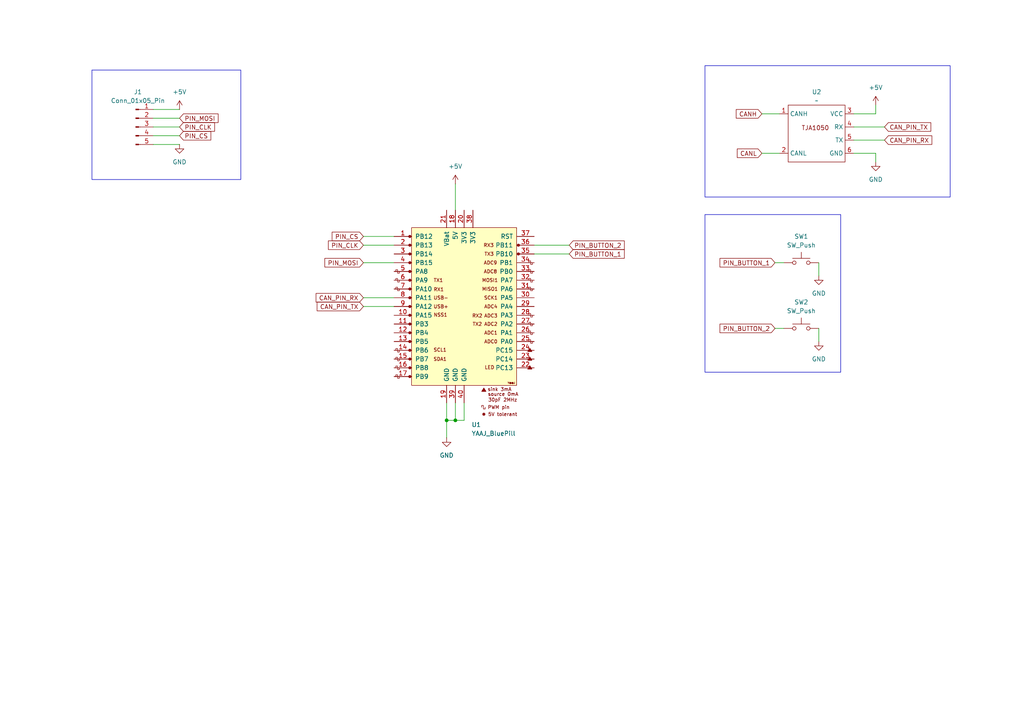
<source format=kicad_sch>
(kicad_sch
	(version 20250114)
	(generator "eeschema")
	(generator_version "9.0")
	(uuid "791de27c-2f30-4d93-bb6c-4600a7d4f24d")
	(paper "A4")
	(lib_symbols
		(symbol "Connector:Conn_01x05_Pin"
			(pin_names
				(offset 1.016)
				(hide yes)
			)
			(exclude_from_sim no)
			(in_bom yes)
			(on_board yes)
			(property "Reference" "J"
				(at 0 7.62 0)
				(effects
					(font
						(size 1.27 1.27)
					)
				)
			)
			(property "Value" "Conn_01x05_Pin"
				(at 0 -7.62 0)
				(effects
					(font
						(size 1.27 1.27)
					)
				)
			)
			(property "Footprint" ""
				(at 0 0 0)
				(effects
					(font
						(size 1.27 1.27)
					)
					(hide yes)
				)
			)
			(property "Datasheet" "~"
				(at 0 0 0)
				(effects
					(font
						(size 1.27 1.27)
					)
					(hide yes)
				)
			)
			(property "Description" "Generic connector, single row, 01x05, script generated"
				(at 0 0 0)
				(effects
					(font
						(size 1.27 1.27)
					)
					(hide yes)
				)
			)
			(property "ki_locked" ""
				(at 0 0 0)
				(effects
					(font
						(size 1.27 1.27)
					)
				)
			)
			(property "ki_keywords" "connector"
				(at 0 0 0)
				(effects
					(font
						(size 1.27 1.27)
					)
					(hide yes)
				)
			)
			(property "ki_fp_filters" "Connector*:*_1x??_*"
				(at 0 0 0)
				(effects
					(font
						(size 1.27 1.27)
					)
					(hide yes)
				)
			)
			(symbol "Conn_01x05_Pin_1_1"
				(rectangle
					(start 0.8636 5.207)
					(end 0 4.953)
					(stroke
						(width 0.1524)
						(type default)
					)
					(fill
						(type outline)
					)
				)
				(rectangle
					(start 0.8636 2.667)
					(end 0 2.413)
					(stroke
						(width 0.1524)
						(type default)
					)
					(fill
						(type outline)
					)
				)
				(rectangle
					(start 0.8636 0.127)
					(end 0 -0.127)
					(stroke
						(width 0.1524)
						(type default)
					)
					(fill
						(type outline)
					)
				)
				(rectangle
					(start 0.8636 -2.413)
					(end 0 -2.667)
					(stroke
						(width 0.1524)
						(type default)
					)
					(fill
						(type outline)
					)
				)
				(rectangle
					(start 0.8636 -4.953)
					(end 0 -5.207)
					(stroke
						(width 0.1524)
						(type default)
					)
					(fill
						(type outline)
					)
				)
				(polyline
					(pts
						(xy 1.27 5.08) (xy 0.8636 5.08)
					)
					(stroke
						(width 0.1524)
						(type default)
					)
					(fill
						(type none)
					)
				)
				(polyline
					(pts
						(xy 1.27 2.54) (xy 0.8636 2.54)
					)
					(stroke
						(width 0.1524)
						(type default)
					)
					(fill
						(type none)
					)
				)
				(polyline
					(pts
						(xy 1.27 0) (xy 0.8636 0)
					)
					(stroke
						(width 0.1524)
						(type default)
					)
					(fill
						(type none)
					)
				)
				(polyline
					(pts
						(xy 1.27 -2.54) (xy 0.8636 -2.54)
					)
					(stroke
						(width 0.1524)
						(type default)
					)
					(fill
						(type none)
					)
				)
				(polyline
					(pts
						(xy 1.27 -5.08) (xy 0.8636 -5.08)
					)
					(stroke
						(width 0.1524)
						(type default)
					)
					(fill
						(type none)
					)
				)
				(pin passive line
					(at 5.08 5.08 180)
					(length 3.81)
					(name "Pin_1"
						(effects
							(font
								(size 1.27 1.27)
							)
						)
					)
					(number "1"
						(effects
							(font
								(size 1.27 1.27)
							)
						)
					)
				)
				(pin passive line
					(at 5.08 2.54 180)
					(length 3.81)
					(name "Pin_2"
						(effects
							(font
								(size 1.27 1.27)
							)
						)
					)
					(number "2"
						(effects
							(font
								(size 1.27 1.27)
							)
						)
					)
				)
				(pin passive line
					(at 5.08 0 180)
					(length 3.81)
					(name "Pin_3"
						(effects
							(font
								(size 1.27 1.27)
							)
						)
					)
					(number "3"
						(effects
							(font
								(size 1.27 1.27)
							)
						)
					)
				)
				(pin passive line
					(at 5.08 -2.54 180)
					(length 3.81)
					(name "Pin_4"
						(effects
							(font
								(size 1.27 1.27)
							)
						)
					)
					(number "4"
						(effects
							(font
								(size 1.27 1.27)
							)
						)
					)
				)
				(pin passive line
					(at 5.08 -5.08 180)
					(length 3.81)
					(name "Pin_5"
						(effects
							(font
								(size 1.27 1.27)
							)
						)
					)
					(number "5"
						(effects
							(font
								(size 1.27 1.27)
							)
						)
					)
				)
			)
			(embedded_fonts no)
		)
		(symbol "Switch:SW_Push"
			(pin_numbers
				(hide yes)
			)
			(pin_names
				(offset 1.016)
				(hide yes)
			)
			(exclude_from_sim no)
			(in_bom yes)
			(on_board yes)
			(property "Reference" "SW"
				(at 1.27 2.54 0)
				(effects
					(font
						(size 1.27 1.27)
					)
					(justify left)
				)
			)
			(property "Value" "SW_Push"
				(at 0 -1.524 0)
				(effects
					(font
						(size 1.27 1.27)
					)
				)
			)
			(property "Footprint" ""
				(at 0 5.08 0)
				(effects
					(font
						(size 1.27 1.27)
					)
					(hide yes)
				)
			)
			(property "Datasheet" "~"
				(at 0 5.08 0)
				(effects
					(font
						(size 1.27 1.27)
					)
					(hide yes)
				)
			)
			(property "Description" "Push button switch, generic, two pins"
				(at 0 0 0)
				(effects
					(font
						(size 1.27 1.27)
					)
					(hide yes)
				)
			)
			(property "ki_keywords" "switch normally-open pushbutton push-button"
				(at 0 0 0)
				(effects
					(font
						(size 1.27 1.27)
					)
					(hide yes)
				)
			)
			(symbol "SW_Push_0_1"
				(circle
					(center -2.032 0)
					(radius 0.508)
					(stroke
						(width 0)
						(type default)
					)
					(fill
						(type none)
					)
				)
				(polyline
					(pts
						(xy 0 1.27) (xy 0 3.048)
					)
					(stroke
						(width 0)
						(type default)
					)
					(fill
						(type none)
					)
				)
				(circle
					(center 2.032 0)
					(radius 0.508)
					(stroke
						(width 0)
						(type default)
					)
					(fill
						(type none)
					)
				)
				(polyline
					(pts
						(xy 2.54 1.27) (xy -2.54 1.27)
					)
					(stroke
						(width 0)
						(type default)
					)
					(fill
						(type none)
					)
				)
				(pin passive line
					(at -5.08 0 0)
					(length 2.54)
					(name "1"
						(effects
							(font
								(size 1.27 1.27)
							)
						)
					)
					(number "1"
						(effects
							(font
								(size 1.27 1.27)
							)
						)
					)
				)
				(pin passive line
					(at 5.08 0 180)
					(length 2.54)
					(name "2"
						(effects
							(font
								(size 1.27 1.27)
							)
						)
					)
					(number "2"
						(effects
							(font
								(size 1.27 1.27)
							)
						)
					)
				)
			)
			(embedded_fonts no)
		)
		(symbol "bluepill:YAAJ_BluePill"
			(pin_names
				(offset 1.016)
			)
			(exclude_from_sim no)
			(in_bom yes)
			(on_board yes)
			(property "Reference" "U"
				(at -13.97 24.13 0)
				(effects
					(font
						(size 1.27 1.27)
					)
				)
			)
			(property "Value" "YAAJ_BluePill"
				(at 0 6.35 90)
				(effects
					(font
						(size 1.27 1.27)
					)
				)
			)
			(property "Footprint" ""
				(at -1.905 24.13 90)
				(effects
					(font
						(size 1.27 1.27)
					)
					(hide yes)
				)
			)
			(property "Datasheet" ""
				(at -1.905 24.13 90)
				(effects
					(font
						(size 1.27 1.27)
					)
					(hide yes)
				)
			)
			(property "Description" "STM32 Blue Pill ; KLC compliant"
				(at 0 0 0)
				(effects
					(font
						(size 1.27 1.27)
					)
					(hide yes)
				)
			)
			(property "ki_keywords" "module blue pill STM32"
				(at 0 0 0)
				(effects
					(font
						(size 1.27 1.27)
					)
					(hide yes)
				)
			)
			(symbol "YAAJ_BluePill_0_0"
				(circle
					(center -15.748 20.32)
					(radius 0.3556)
					(stroke
						(width 0)
						(type solid)
					)
					(fill
						(type outline)
					)
				)
				(circle
					(center -15.748 15.24)
					(radius 0.3556)
					(stroke
						(width 0)
						(type solid)
					)
					(fill
						(type outline)
					)
				)
				(circle
					(center -15.748 12.7)
					(radius 0.3556)
					(stroke
						(width 0)
						(type solid)
					)
					(fill
						(type outline)
					)
				)
				(circle
					(center -15.748 10.16)
					(radius 0.3556)
					(stroke
						(width 0)
						(type solid)
					)
					(fill
						(type outline)
					)
				)
				(circle
					(center -15.748 7.62)
					(radius 0.3556)
					(stroke
						(width 0)
						(type solid)
					)
					(fill
						(type outline)
					)
				)
				(circle
					(center -15.748 5.08)
					(radius 0.3556)
					(stroke
						(width 0)
						(type solid)
					)
					(fill
						(type outline)
					)
				)
				(circle
					(center -15.748 2.54)
					(radius 0.3556)
					(stroke
						(width 0)
						(type solid)
					)
					(fill
						(type outline)
					)
				)
				(circle
					(center -15.748 0)
					(radius 0.3556)
					(stroke
						(width 0)
						(type solid)
					)
					(fill
						(type outline)
					)
				)
				(circle
					(center -15.748 -2.54)
					(radius 0.3556)
					(stroke
						(width 0)
						(type solid)
					)
					(fill
						(type outline)
					)
				)
				(circle
					(center -15.748 -5.08)
					(radius 0.3556)
					(stroke
						(width 0)
						(type solid)
					)
					(fill
						(type outline)
					)
				)
				(circle
					(center -15.748 -7.62)
					(radius 0.3556)
					(stroke
						(width 0)
						(type solid)
					)
					(fill
						(type outline)
					)
				)
				(circle
					(center -15.748 -10.16)
					(radius 0.3556)
					(stroke
						(width 0)
						(type solid)
					)
					(fill
						(type outline)
					)
				)
				(circle
					(center -15.748 -12.7)
					(radius 0.3556)
					(stroke
						(width 0)
						(type solid)
					)
					(fill
						(type outline)
					)
				)
				(circle
					(center -15.748 -15.24)
					(radius 0.3556)
					(stroke
						(width 0)
						(type solid)
					)
					(fill
						(type outline)
					)
				)
				(circle
					(center -15.748 -17.78)
					(radius 0.3556)
					(stroke
						(width 0)
						(type solid)
					)
					(fill
						(type outline)
					)
				)
				(circle
					(center -15.748 -20.32)
					(radius 0.3556)
					(stroke
						(width 0)
						(type solid)
					)
					(fill
						(type outline)
					)
				)
				(polyline
					(pts
						(xy 5.08 -24.638) (xy 5.715 -23.622) (xy 6.35 -24.638) (xy 5.08 -24.638) (xy 5.715 -23.749) (xy 6.223 -24.638)
						(xy 5.207 -24.511) (xy 5.715 -23.876) (xy 6.096 -24.638) (xy 5.334 -24.384) (xy 5.842 -24.003)
						(xy 5.969 -24.638) (xy 5.461 -24.257) (xy 5.969 -24.13) (xy 5.842 -24.511) (xy 5.588 -24.257)
						(xy 5.842 -24.384) (xy 5.715 -24.13)
					)
					(stroke
						(width 0)
						(type solid)
					)
					(fill
						(type none)
					)
				)
				(circle
					(center 5.715 -31.242)
					(radius 0.127)
					(stroke
						(width 0)
						(type solid)
					)
					(fill
						(type outline)
					)
				)
				(circle
					(center 5.715 -31.242)
					(radius 0.254)
					(stroke
						(width 0)
						(type solid)
					)
					(fill
						(type none)
					)
				)
				(circle
					(center 5.715 -31.242)
					(radius 0.3556)
					(stroke
						(width 0)
						(type solid)
					)
					(fill
						(type none)
					)
				)
				(circle
					(center 15.748 17.78)
					(radius 0.254)
					(stroke
						(width 0)
						(type solid)
					)
					(fill
						(type outline)
					)
				)
				(circle
					(center 15.748 17.78)
					(radius 0.3556)
					(stroke
						(width 0)
						(type solid)
					)
					(fill
						(type none)
					)
				)
				(circle
					(center 15.748 15.24)
					(radius 0.254)
					(stroke
						(width 0)
						(type solid)
					)
					(fill
						(type outline)
					)
				)
				(circle
					(center 15.748 15.24)
					(radius 0.3556)
					(stroke
						(width 0)
						(type solid)
					)
					(fill
						(type none)
					)
				)
				(polyline
					(pts
						(xy 18.415 -13.081) (xy 19.05 -12.065) (xy 19.685 -13.081) (xy 18.415 -13.081) (xy 19.05 -12.192)
						(xy 19.558 -13.081) (xy 18.542 -12.954) (xy 19.05 -12.319) (xy 19.431 -13.081) (xy 18.669 -12.827)
						(xy 19.177 -12.446) (xy 19.304 -13.081) (xy 18.796 -12.7) (xy 19.304 -12.573) (xy 19.177 -12.954)
						(xy 18.923 -12.7) (xy 19.177 -12.827) (xy 19.05 -12.573)
					)
					(stroke
						(width 0)
						(type solid)
					)
					(fill
						(type none)
					)
				)
				(polyline
					(pts
						(xy 18.415 -15.621) (xy 19.05 -14.605) (xy 19.685 -15.621) (xy 18.415 -15.621) (xy 19.05 -14.732)
						(xy 19.558 -15.621) (xy 18.542 -15.494) (xy 19.05 -14.859) (xy 19.431 -15.621) (xy 18.669 -15.367)
						(xy 19.177 -14.986) (xy 19.304 -15.621) (xy 18.796 -15.24) (xy 19.304 -15.113) (xy 19.177 -15.494)
						(xy 18.923 -15.24) (xy 19.177 -15.367) (xy 19.05 -15.113)
					)
					(stroke
						(width 0)
						(type solid)
					)
					(fill
						(type none)
					)
				)
				(polyline
					(pts
						(xy 18.415 -18.161) (xy 19.05 -17.145) (xy 19.685 -18.161) (xy 18.415 -18.161) (xy 19.05 -17.272)
						(xy 19.558 -18.161) (xy 18.542 -18.034) (xy 19.05 -17.399) (xy 19.431 -18.161) (xy 18.669 -17.907)
						(xy 19.177 -17.526) (xy 19.304 -18.161) (xy 18.796 -17.78) (xy 19.304 -17.653) (xy 19.177 -18.034)
						(xy 18.923 -17.78) (xy 19.177 -17.907) (xy 19.05 -17.653)
					)
					(stroke
						(width 0)
						(type solid)
					)
					(fill
						(type none)
					)
				)
				(text "TX1"
					(at -7.493 7.62 0)
					(effects
						(font
							(size 0.9906 0.9906)
						)
					)
				)
				(text "RX1"
					(at -7.366 4.953 0)
					(effects
						(font
							(size 0.9906 0.9906)
						)
					)
				)
				(text "SCL1"
					(at -6.985 -12.573 0)
					(effects
						(font
							(size 0.9906 0.9906)
						)
					)
				)
				(text "SDA1"
					(at -6.985 -15.24 0)
					(effects
						(font
							(size 0.9906 0.9906)
						)
					)
				)
				(text "NSS1"
					(at -6.858 -2.413 0)
					(effects
						(font
							(size 0.9906 0.9906)
						)
					)
				)
				(text "USB-"
					(at -6.731 2.54 0)
					(effects
						(font
							(size 0.9906 0.9906)
						)
					)
				)
				(text "USB+"
					(at -6.731 0 0)
					(effects
						(font
							(size 0.9906 0.9906)
						)
					)
				)
				(text "RX2"
					(at 3.81 -2.667 0)
					(effects
						(font
							(size 0.9906 0.9906)
						)
					)
				)
				(text "TX2"
					(at 3.81 -5.08 0)
					(effects
						(font
							(size 0.9906 0.9906)
						)
					)
				)
				(text "RX3"
					(at 7.112 17.78 0)
					(effects
						(font
							(size 0.9906 0.9906)
						)
					)
				)
				(text "TX3"
					(at 7.239 15.24 0)
					(effects
						(font
							(size 0.9906 0.9906)
						)
					)
				)
				(text "LED"
					(at 7.366 -17.653 0)
					(effects
						(font
							(size 0.9906 0.9906)
						)
					)
				)
				(text "MOSI1"
					(at 7.493 7.62 0)
					(effects
						(font
							(size 0.9906 0.9906)
						)
					)
				)
				(text "MISO1"
					(at 7.493 5.08 0)
					(effects
						(font
							(size 0.9906 0.9906)
						)
					)
				)
				(text "ADC9"
					(at 7.62 12.7 0)
					(effects
						(font
							(size 0.9906 0.9906)
						)
					)
				)
				(text "ADC8"
					(at 7.62 10.16 0)
					(effects
						(font
							(size 0.9906 0.9906)
						)
					)
				)
				(text "SCK1"
					(at 7.747 2.54 0)
					(effects
						(font
							(size 0.9906 0.9906)
						)
					)
				)
				(text "ADC4"
					(at 7.747 0 0)
					(effects
						(font
							(size 0.9906 0.9906)
						)
					)
				)
				(text "ADC3"
					(at 7.747 -2.667 0)
					(effects
						(font
							(size 0.9906 0.9906)
						)
					)
				)
				(text "ADC2"
					(at 7.747 -5.08 0)
					(effects
						(font
							(size 0.9906 0.9906)
						)
					)
				)
				(text "ADC1"
					(at 7.747 -7.62 0)
					(effects
						(font
							(size 0.9906 0.9906)
						)
					)
				)
				(text "ADC0"
					(at 7.747 -10.16 0)
					(effects
						(font
							(size 0.9906 0.9906)
						)
					)
				)
				(text "PWM pin"
					(at 10.033 -29.21 0)
					(effects
						(font
							(size 0.9906 0.9906)
						)
					)
				)
				(text "sink 3mA"
					(at 10.287 -24.003 0)
					(effects
						(font
							(size 0.9906 0.9906)
						)
					)
				)
				(text "30pF 2MHz"
					(at 11.176 -27.051 0)
					(effects
						(font
							(size 0.9906 0.9906)
						)
					)
				)
				(text "5V tolerant"
					(at 11.176 -31.242 0)
					(effects
						(font
							(size 0.9906 0.9906)
						)
					)
				)
				(text "source 0mA"
					(at 11.303 -25.4 0)
					(effects
						(font
							(size 0.9906 0.9906)
						)
					)
				)
				(text "Y@@J"
					(at 13.6906 -22.1488 0)
					(effects
						(font
							(size 0.508 0.508)
						)
					)
				)
			)
			(symbol "YAAJ_BluePill_0_1"
				(polyline
					(pts
						(xy -18.796 10.16) (xy -18.796 9.652) (xy -19.304 9.652) (xy -19.304 10.668) (xy -19.812 10.668)
						(xy -19.812 10.16)
					)
					(stroke
						(width 0)
						(type solid)
					)
					(fill
						(type none)
					)
				)
				(polyline
					(pts
						(xy -18.796 7.62) (xy -18.796 7.112) (xy -19.304 7.112) (xy -19.304 8.128) (xy -19.812 8.128)
						(xy -19.812 7.62)
					)
					(stroke
						(width 0)
						(type solid)
					)
					(fill
						(type none)
					)
				)
				(polyline
					(pts
						(xy -18.796 5.08) (xy -18.796 4.572) (xy -19.304 4.572) (xy -19.304 5.588) (xy -19.812 5.588)
						(xy -19.812 5.08)
					)
					(stroke
						(width 0)
						(type solid)
					)
					(fill
						(type none)
					)
				)
				(polyline
					(pts
						(xy -18.796 -12.7) (xy -18.796 -13.208) (xy -19.304 -13.208) (xy -19.304 -12.192) (xy -19.812 -12.192)
						(xy -19.812 -12.7)
					)
					(stroke
						(width 0)
						(type solid)
					)
					(fill
						(type none)
					)
				)
				(polyline
					(pts
						(xy -18.796 -15.24) (xy -18.796 -15.748) (xy -19.304 -15.748) (xy -19.304 -14.732) (xy -19.812 -14.732)
						(xy -19.812 -15.24)
					)
					(stroke
						(width 0)
						(type solid)
					)
					(fill
						(type none)
					)
				)
				(polyline
					(pts
						(xy -18.796 -17.78) (xy -18.796 -18.288) (xy -19.304 -18.288) (xy -19.304 -17.272) (xy -19.812 -17.272)
						(xy -19.812 -17.78)
					)
					(stroke
						(width 0)
						(type solid)
					)
					(fill
						(type none)
					)
				)
				(polyline
					(pts
						(xy -18.796 -20.32) (xy -18.796 -20.828) (xy -19.304 -20.828) (xy -19.304 -19.812) (xy -19.812 -19.812)
						(xy -19.812 -20.32)
					)
					(stroke
						(width 0)
						(type solid)
					)
					(fill
						(type none)
					)
				)
				(rectangle
					(start -15.24 22.86)
					(end 15.24 -22.86)
					(stroke
						(width 0)
						(type solid)
					)
					(fill
						(type background)
					)
				)
				(polyline
					(pts
						(xy 6.096 -29.21) (xy 6.096 -29.718) (xy 5.588 -29.718) (xy 5.588 -28.702) (xy 5.08 -28.702) (xy 5.08 -29.21)
					)
					(stroke
						(width 0)
						(type solid)
					)
					(fill
						(type none)
					)
				)
				(polyline
					(pts
						(xy 19.812 12.7) (xy 19.812 12.192) (xy 19.304 12.192) (xy 19.304 13.208) (xy 18.796 13.208) (xy 18.796 12.7)
					)
					(stroke
						(width 0)
						(type solid)
					)
					(fill
						(type none)
					)
				)
				(polyline
					(pts
						(xy 19.812 10.16) (xy 19.812 9.652) (xy 19.304 9.652) (xy 19.304 10.668) (xy 18.796 10.668) (xy 18.796 10.16)
					)
					(stroke
						(width 0)
						(type solid)
					)
					(fill
						(type none)
					)
				)
				(polyline
					(pts
						(xy 19.812 7.62) (xy 19.812 7.112) (xy 19.304 7.112) (xy 19.304 8.128) (xy 18.796 8.128) (xy 18.796 7.62)
					)
					(stroke
						(width 0)
						(type solid)
					)
					(fill
						(type none)
					)
				)
				(polyline
					(pts
						(xy 19.812 5.08) (xy 19.812 4.572) (xy 19.304 4.572) (xy 19.304 5.588) (xy 18.796 5.588) (xy 18.796 5.08)
					)
					(stroke
						(width 0)
						(type solid)
					)
					(fill
						(type none)
					)
				)
				(polyline
					(pts
						(xy 19.812 -2.54) (xy 19.812 -3.048) (xy 19.304 -3.048) (xy 19.304 -2.032) (xy 18.796 -2.032)
						(xy 18.796 -2.54)
					)
					(stroke
						(width 0)
						(type solid)
					)
					(fill
						(type none)
					)
				)
				(polyline
					(pts
						(xy 19.812 -5.08) (xy 19.812 -5.588) (xy 19.304 -5.588) (xy 19.304 -4.572) (xy 18.796 -4.572)
						(xy 18.796 -5.08)
					)
					(stroke
						(width 0)
						(type solid)
					)
					(fill
						(type none)
					)
				)
				(polyline
					(pts
						(xy 19.812 -7.62) (xy 19.812 -8.128) (xy 19.304 -8.128) (xy 19.304 -7.112) (xy 18.796 -7.112)
						(xy 18.796 -7.62)
					)
					(stroke
						(width 0)
						(type solid)
					)
					(fill
						(type none)
					)
				)
				(polyline
					(pts
						(xy 19.812 -10.16) (xy 19.812 -10.668) (xy 19.304 -10.668) (xy 19.304 -9.652) (xy 18.796 -9.652)
						(xy 18.796 -10.16)
					)
					(stroke
						(width 0)
						(type solid)
					)
					(fill
						(type none)
					)
				)
			)
			(symbol "YAAJ_BluePill_1_1"
				(circle
					(center -15.748 17.78)
					(radius 0.3556)
					(stroke
						(width 0)
						(type solid)
					)
					(fill
						(type outline)
					)
				)
				(pin bidirectional line
					(at -20.32 20.32 0)
					(length 5.08)
					(name "PB12"
						(effects
							(font
								(size 1.27 1.27)
							)
						)
					)
					(number "1"
						(effects
							(font
								(size 1.27 1.27)
							)
						)
					)
				)
				(pin bidirectional line
					(at -20.32 17.78 0)
					(length 5.08)
					(name "PB13"
						(effects
							(font
								(size 1.27 1.27)
							)
						)
					)
					(number "2"
						(effects
							(font
								(size 1.27 1.27)
							)
						)
					)
				)
				(pin bidirectional line
					(at -20.32 15.24 0)
					(length 5.08)
					(name "PB14"
						(effects
							(font
								(size 1.27 1.27)
							)
						)
					)
					(number "3"
						(effects
							(font
								(size 1.27 1.27)
							)
						)
					)
				)
				(pin bidirectional line
					(at -20.32 12.7 0)
					(length 5.08)
					(name "PB15"
						(effects
							(font
								(size 1.27 1.27)
							)
						)
					)
					(number "4"
						(effects
							(font
								(size 1.27 1.27)
							)
						)
					)
				)
				(pin bidirectional line
					(at -20.32 10.16 0)
					(length 5.08)
					(name "PA8"
						(effects
							(font
								(size 1.27 1.27)
							)
						)
					)
					(number "5"
						(effects
							(font
								(size 1.27 1.27)
							)
						)
					)
				)
				(pin bidirectional line
					(at -20.32 7.62 0)
					(length 5.08)
					(name "PA9"
						(effects
							(font
								(size 1.27 1.27)
							)
						)
					)
					(number "6"
						(effects
							(font
								(size 1.27 1.27)
							)
						)
					)
				)
				(pin bidirectional line
					(at -20.32 5.08 0)
					(length 5.08)
					(name "PA10"
						(effects
							(font
								(size 1.27 1.27)
							)
						)
					)
					(number "7"
						(effects
							(font
								(size 1.27 1.27)
							)
						)
					)
				)
				(pin bidirectional line
					(at -20.32 2.54 0)
					(length 5.08)
					(name "PA11"
						(effects
							(font
								(size 1.27 1.27)
							)
						)
					)
					(number "8"
						(effects
							(font
								(size 1.27 1.27)
							)
						)
					)
				)
				(pin bidirectional line
					(at -20.32 0 0)
					(length 5.08)
					(name "PA12"
						(effects
							(font
								(size 1.27 1.27)
							)
						)
					)
					(number "9"
						(effects
							(font
								(size 1.27 1.27)
							)
						)
					)
				)
				(pin bidirectional line
					(at -20.32 -2.54 0)
					(length 5.08)
					(name "PA15"
						(effects
							(font
								(size 1.27 1.27)
							)
						)
					)
					(number "10"
						(effects
							(font
								(size 1.27 1.27)
							)
						)
					)
				)
				(pin bidirectional line
					(at -20.32 -5.08 0)
					(length 5.08)
					(name "PB3"
						(effects
							(font
								(size 1.27 1.27)
							)
						)
					)
					(number "11"
						(effects
							(font
								(size 1.27 1.27)
							)
						)
					)
				)
				(pin bidirectional line
					(at -20.32 -7.62 0)
					(length 5.08)
					(name "PB4"
						(effects
							(font
								(size 1.27 1.27)
							)
						)
					)
					(number "12"
						(effects
							(font
								(size 1.27 1.27)
							)
						)
					)
				)
				(pin bidirectional line
					(at -20.32 -10.16 0)
					(length 5.08)
					(name "PB5"
						(effects
							(font
								(size 1.27 1.27)
							)
						)
					)
					(number "13"
						(effects
							(font
								(size 1.27 1.27)
							)
						)
					)
				)
				(pin bidirectional line
					(at -20.32 -12.7 0)
					(length 5.08)
					(name "PB6"
						(effects
							(font
								(size 1.27 1.27)
							)
						)
					)
					(number "14"
						(effects
							(font
								(size 1.27 1.27)
							)
						)
					)
				)
				(pin bidirectional line
					(at -20.32 -15.24 0)
					(length 5.08)
					(name "PB7"
						(effects
							(font
								(size 1.27 1.27)
							)
						)
					)
					(number "15"
						(effects
							(font
								(size 1.27 1.27)
							)
						)
					)
				)
				(pin bidirectional line
					(at -20.32 -17.78 0)
					(length 5.08)
					(name "PB8"
						(effects
							(font
								(size 1.27 1.27)
							)
						)
					)
					(number "16"
						(effects
							(font
								(size 1.27 1.27)
							)
						)
					)
				)
				(pin bidirectional line
					(at -20.32 -20.32 0)
					(length 5.08)
					(name "PB9"
						(effects
							(font
								(size 1.27 1.27)
							)
						)
					)
					(number "17"
						(effects
							(font
								(size 1.27 1.27)
							)
						)
					)
				)
				(pin power_in line
					(at -5.08 27.94 270)
					(length 5.08)
					(name "VBat"
						(effects
							(font
								(size 1.27 1.27)
							)
						)
					)
					(number "21"
						(effects
							(font
								(size 1.27 1.27)
							)
						)
					)
				)
				(pin power_in line
					(at -5.08 -27.94 90)
					(length 5.08)
					(name "GND"
						(effects
							(font
								(size 1.27 1.27)
							)
						)
					)
					(number "19"
						(effects
							(font
								(size 1.27 1.27)
							)
						)
					)
				)
				(pin power_in line
					(at -2.54 27.94 270)
					(length 5.08)
					(name "5V"
						(effects
							(font
								(size 1.27 1.27)
							)
						)
					)
					(number "18"
						(effects
							(font
								(size 1.27 1.27)
							)
						)
					)
				)
				(pin power_in line
					(at -2.54 -27.94 90)
					(length 5.08)
					(name "GND"
						(effects
							(font
								(size 1.27 1.27)
							)
						)
					)
					(number "39"
						(effects
							(font
								(size 1.27 1.27)
							)
						)
					)
				)
				(pin power_in line
					(at 0 27.94 270)
					(length 5.08)
					(name "3V3"
						(effects
							(font
								(size 1.27 1.27)
							)
						)
					)
					(number "20"
						(effects
							(font
								(size 1.27 1.27)
							)
						)
					)
				)
				(pin power_in line
					(at 0 -27.94 90)
					(length 5.08)
					(name "GND"
						(effects
							(font
								(size 1.27 1.27)
							)
						)
					)
					(number "40"
						(effects
							(font
								(size 1.27 1.27)
							)
						)
					)
				)
				(pin power_in line
					(at 2.54 27.94 270)
					(length 5.08)
					(name "3V3"
						(effects
							(font
								(size 1.27 1.27)
							)
						)
					)
					(number "38"
						(effects
							(font
								(size 1.27 1.27)
							)
						)
					)
				)
				(pin input line
					(at 20.32 20.32 180)
					(length 5.08)
					(name "RST"
						(effects
							(font
								(size 1.27 1.27)
							)
						)
					)
					(number "37"
						(effects
							(font
								(size 1.27 1.27)
							)
						)
					)
				)
				(pin bidirectional line
					(at 20.32 17.78 180)
					(length 5.08)
					(name "PB11"
						(effects
							(font
								(size 1.27 1.27)
							)
						)
					)
					(number "36"
						(effects
							(font
								(size 1.27 1.27)
							)
						)
					)
				)
				(pin bidirectional line
					(at 20.32 15.24 180)
					(length 5.08)
					(name "PB10"
						(effects
							(font
								(size 1.27 1.27)
							)
						)
					)
					(number "35"
						(effects
							(font
								(size 1.27 1.27)
							)
						)
					)
				)
				(pin bidirectional line
					(at 20.32 12.7 180)
					(length 5.08)
					(name "PB1"
						(effects
							(font
								(size 1.27 1.27)
							)
						)
					)
					(number "34"
						(effects
							(font
								(size 1.27 1.27)
							)
						)
					)
				)
				(pin bidirectional line
					(at 20.32 10.16 180)
					(length 5.08)
					(name "PB0"
						(effects
							(font
								(size 1.27 1.27)
							)
						)
					)
					(number "33"
						(effects
							(font
								(size 1.27 1.27)
							)
						)
					)
				)
				(pin bidirectional line
					(at 20.32 7.62 180)
					(length 5.08)
					(name "PA7"
						(effects
							(font
								(size 1.27 1.27)
							)
						)
					)
					(number "32"
						(effects
							(font
								(size 1.27 1.27)
							)
						)
					)
				)
				(pin bidirectional line
					(at 20.32 5.08 180)
					(length 5.08)
					(name "PA6"
						(effects
							(font
								(size 1.27 1.27)
							)
						)
					)
					(number "31"
						(effects
							(font
								(size 1.27 1.27)
							)
						)
					)
				)
				(pin bidirectional line
					(at 20.32 2.54 180)
					(length 5.08)
					(name "PA5"
						(effects
							(font
								(size 1.27 1.27)
							)
						)
					)
					(number "30"
						(effects
							(font
								(size 1.27 1.27)
							)
						)
					)
				)
				(pin bidirectional line
					(at 20.32 0 180)
					(length 5.08)
					(name "PA4"
						(effects
							(font
								(size 1.27 1.27)
							)
						)
					)
					(number "29"
						(effects
							(font
								(size 1.27 1.27)
							)
						)
					)
				)
				(pin bidirectional line
					(at 20.32 -2.54 180)
					(length 5.08)
					(name "PA3"
						(effects
							(font
								(size 1.27 1.27)
							)
						)
					)
					(number "28"
						(effects
							(font
								(size 1.27 1.27)
							)
						)
					)
				)
				(pin bidirectional line
					(at 20.32 -5.08 180)
					(length 5.08)
					(name "PA2"
						(effects
							(font
								(size 1.27 1.27)
							)
						)
					)
					(number "27"
						(effects
							(font
								(size 1.27 1.27)
							)
						)
					)
				)
				(pin bidirectional line
					(at 20.32 -7.62 180)
					(length 5.08)
					(name "PA1"
						(effects
							(font
								(size 1.27 1.27)
							)
						)
					)
					(number "26"
						(effects
							(font
								(size 1.27 1.27)
							)
						)
					)
				)
				(pin bidirectional line
					(at 20.32 -10.16 180)
					(length 5.08)
					(name "PA0"
						(effects
							(font
								(size 1.27 1.27)
							)
						)
					)
					(number "25"
						(effects
							(font
								(size 1.27 1.27)
							)
						)
					)
				)
				(pin bidirectional line
					(at 20.32 -12.7 180)
					(length 5.08)
					(name "PC15"
						(effects
							(font
								(size 1.27 1.27)
							)
						)
					)
					(number "24"
						(effects
							(font
								(size 1.27 1.27)
							)
						)
					)
				)
				(pin bidirectional line
					(at 20.32 -15.24 180)
					(length 5.08)
					(name "PC14"
						(effects
							(font
								(size 1.27 1.27)
							)
						)
					)
					(number "23"
						(effects
							(font
								(size 1.27 1.27)
							)
						)
					)
				)
				(pin bidirectional line
					(at 20.32 -17.78 180)
					(length 5.08)
					(name "PC13"
						(effects
							(font
								(size 1.27 1.27)
							)
						)
					)
					(number "22"
						(effects
							(font
								(size 1.27 1.27)
							)
						)
					)
				)
			)
			(embedded_fonts no)
		)
		(symbol "components:TJA_1050_CAN"
			(exclude_from_sim no)
			(in_bom yes)
			(on_board yes)
			(property "Reference" "U"
				(at 4.572 -7.874 0)
				(effects
					(font
						(size 1.27 1.27)
					)
				)
			)
			(property "Value" ""
				(at 0 0 0)
				(effects
					(font
						(size 1.27 1.27)
					)
				)
			)
			(property "Footprint" ""
				(at 0 0 0)
				(effects
					(font
						(size 1.27 1.27)
					)
					(hide yes)
				)
			)
			(property "Datasheet" ""
				(at 0 0 0)
				(effects
					(font
						(size 1.27 1.27)
					)
					(hide yes)
				)
			)
			(property "Description" ""
				(at 0 0 0)
				(effects
					(font
						(size 1.27 1.27)
					)
					(hide yes)
				)
			)
			(symbol "TJA_1050_CAN_0_1"
				(rectangle
					(start -3.81 2.54)
					(end 12.7 -13.97)
					(stroke
						(width 0)
						(type default)
					)
					(fill
						(type none)
					)
				)
			)
			(symbol "TJA_1050_CAN_1_1"
				(text "TJA1050"
					(at 4.064 -4.064 0)
					(effects
						(font
							(size 1.27 1.27)
						)
					)
				)
				(pin bidirectional line
					(at -6.35 0 0)
					(length 2.54)
					(name "CANH"
						(effects
							(font
								(size 1.27 1.27)
							)
						)
					)
					(number "1"
						(effects
							(font
								(size 1.27 1.27)
							)
						)
					)
				)
				(pin bidirectional line
					(at -6.35 -11.43 0)
					(length 2.54)
					(name "CANL"
						(effects
							(font
								(size 1.27 1.27)
							)
						)
					)
					(number "2"
						(effects
							(font
								(size 1.27 1.27)
							)
						)
					)
				)
				(pin power_in line
					(at 15.24 0 180)
					(length 2.54)
					(name "VCC"
						(effects
							(font
								(size 1.27 1.27)
							)
						)
					)
					(number "3"
						(effects
							(font
								(size 1.27 1.27)
							)
						)
					)
				)
				(pin input line
					(at 15.24 -3.81 180)
					(length 2.54)
					(name "RX"
						(effects
							(font
								(size 1.27 1.27)
							)
						)
					)
					(number "4"
						(effects
							(font
								(size 1.27 1.27)
							)
						)
					)
				)
				(pin output line
					(at 15.24 -7.62 180)
					(length 2.54)
					(name "TX"
						(effects
							(font
								(size 1.27 1.27)
							)
						)
					)
					(number "5"
						(effects
							(font
								(size 1.27 1.27)
							)
						)
					)
				)
				(pin power_in line
					(at 15.24 -11.43 180)
					(length 2.54)
					(name "GND"
						(effects
							(font
								(size 1.27 1.27)
							)
						)
					)
					(number "6"
						(effects
							(font
								(size 1.27 1.27)
							)
						)
					)
				)
			)
			(embedded_fonts no)
		)
		(symbol "power:+5V"
			(power)
			(pin_numbers
				(hide yes)
			)
			(pin_names
				(offset 0)
				(hide yes)
			)
			(exclude_from_sim no)
			(in_bom yes)
			(on_board yes)
			(property "Reference" "#PWR"
				(at 0 -3.81 0)
				(effects
					(font
						(size 1.27 1.27)
					)
					(hide yes)
				)
			)
			(property "Value" "+5V"
				(at 0 3.556 0)
				(effects
					(font
						(size 1.27 1.27)
					)
				)
			)
			(property "Footprint" ""
				(at 0 0 0)
				(effects
					(font
						(size 1.27 1.27)
					)
					(hide yes)
				)
			)
			(property "Datasheet" ""
				(at 0 0 0)
				(effects
					(font
						(size 1.27 1.27)
					)
					(hide yes)
				)
			)
			(property "Description" "Power symbol creates a global label with name \"+5V\""
				(at 0 0 0)
				(effects
					(font
						(size 1.27 1.27)
					)
					(hide yes)
				)
			)
			(property "ki_keywords" "global power"
				(at 0 0 0)
				(effects
					(font
						(size 1.27 1.27)
					)
					(hide yes)
				)
			)
			(symbol "+5V_0_1"
				(polyline
					(pts
						(xy -0.762 1.27) (xy 0 2.54)
					)
					(stroke
						(width 0)
						(type default)
					)
					(fill
						(type none)
					)
				)
				(polyline
					(pts
						(xy 0 2.54) (xy 0.762 1.27)
					)
					(stroke
						(width 0)
						(type default)
					)
					(fill
						(type none)
					)
				)
				(polyline
					(pts
						(xy 0 0) (xy 0 2.54)
					)
					(stroke
						(width 0)
						(type default)
					)
					(fill
						(type none)
					)
				)
			)
			(symbol "+5V_1_1"
				(pin power_in line
					(at 0 0 90)
					(length 0)
					(name "~"
						(effects
							(font
								(size 1.27 1.27)
							)
						)
					)
					(number "1"
						(effects
							(font
								(size 1.27 1.27)
							)
						)
					)
				)
			)
			(embedded_fonts no)
		)
		(symbol "power:GND"
			(power)
			(pin_numbers
				(hide yes)
			)
			(pin_names
				(offset 0)
				(hide yes)
			)
			(exclude_from_sim no)
			(in_bom yes)
			(on_board yes)
			(property "Reference" "#PWR"
				(at 0 -6.35 0)
				(effects
					(font
						(size 1.27 1.27)
					)
					(hide yes)
				)
			)
			(property "Value" "GND"
				(at 0 -3.81 0)
				(effects
					(font
						(size 1.27 1.27)
					)
				)
			)
			(property "Footprint" ""
				(at 0 0 0)
				(effects
					(font
						(size 1.27 1.27)
					)
					(hide yes)
				)
			)
			(property "Datasheet" ""
				(at 0 0 0)
				(effects
					(font
						(size 1.27 1.27)
					)
					(hide yes)
				)
			)
			(property "Description" "Power symbol creates a global label with name \"GND\" , ground"
				(at 0 0 0)
				(effects
					(font
						(size 1.27 1.27)
					)
					(hide yes)
				)
			)
			(property "ki_keywords" "global power"
				(at 0 0 0)
				(effects
					(font
						(size 1.27 1.27)
					)
					(hide yes)
				)
			)
			(symbol "GND_0_1"
				(polyline
					(pts
						(xy 0 0) (xy 0 -1.27) (xy 1.27 -1.27) (xy 0 -2.54) (xy -1.27 -1.27) (xy 0 -1.27)
					)
					(stroke
						(width 0)
						(type default)
					)
					(fill
						(type none)
					)
				)
			)
			(symbol "GND_1_1"
				(pin power_in line
					(at 0 0 270)
					(length 0)
					(name "~"
						(effects
							(font
								(size 1.27 1.27)
							)
						)
					)
					(number "1"
						(effects
							(font
								(size 1.27 1.27)
							)
						)
					)
				)
			)
			(embedded_fonts no)
		)
	)
	(rectangle
		(start 204.47 19.05)
		(end 275.59 57.15)
		(stroke
			(width 0)
			(type default)
		)
		(fill
			(type none)
		)
		(uuid 5713cd3f-ae94-48c3-a0c3-627de87ca380)
	)
	(rectangle
		(start 204.47 62.23)
		(end 243.84 107.95)
		(stroke
			(width 0)
			(type default)
		)
		(fill
			(type none)
		)
		(uuid 8d98bbcd-848b-46fd-93dd-1f6216612fe1)
	)
	(rectangle
		(start 26.67 20.32)
		(end 69.85 52.07)
		(stroke
			(width 0)
			(type default)
		)
		(fill
			(type none)
		)
		(uuid 98c0e15c-4090-4483-99d8-ba84d1963c76)
	)
	(junction
		(at 132.08 121.92)
		(diameter 0)
		(color 0 0 0 0)
		(uuid "8716946b-ef97-4f48-ae0b-46c532a73be6")
	)
	(junction
		(at 129.54 121.92)
		(diameter 0)
		(color 0 0 0 0)
		(uuid "c966bde1-45a2-43f2-8ec6-6d4c7a5e84f5")
	)
	(wire
		(pts
			(xy 247.65 36.83) (xy 256.54 36.83)
		)
		(stroke
			(width 0)
			(type default)
		)
		(uuid "22ed4f0d-d3db-4467-b35f-fbbe3256e837")
	)
	(wire
		(pts
			(xy 105.41 68.58) (xy 114.3 68.58)
		)
		(stroke
			(width 0)
			(type default)
		)
		(uuid "26b33bdc-72c2-45d5-9ea2-d467e09fe687")
	)
	(wire
		(pts
			(xy 254 44.45) (xy 254 46.99)
		)
		(stroke
			(width 0)
			(type default)
		)
		(uuid "47054395-7cc6-4174-b485-d84577e79d99")
	)
	(wire
		(pts
			(xy 220.98 44.45) (xy 226.06 44.45)
		)
		(stroke
			(width 0)
			(type default)
		)
		(uuid "4c5a3a8f-474a-4011-9187-15d634843a13")
	)
	(wire
		(pts
			(xy 247.65 40.64) (xy 256.54 40.64)
		)
		(stroke
			(width 0)
			(type default)
		)
		(uuid "52583b21-9449-48e2-84ea-d5f5708f92fd")
	)
	(wire
		(pts
			(xy 105.41 76.2) (xy 114.3 76.2)
		)
		(stroke
			(width 0)
			(type default)
		)
		(uuid "5ee546bb-df11-442a-b4f6-f7ed5947d5a3")
	)
	(wire
		(pts
			(xy 105.41 71.12) (xy 114.3 71.12)
		)
		(stroke
			(width 0)
			(type default)
		)
		(uuid "6741491d-f18f-494a-9ea8-1acf7812b120")
	)
	(wire
		(pts
			(xy 220.98 33.02) (xy 226.06 33.02)
		)
		(stroke
			(width 0)
			(type default)
		)
		(uuid "6b8599e3-6315-4bf6-8e88-d038372012da")
	)
	(wire
		(pts
			(xy 132.08 121.92) (xy 134.62 121.92)
		)
		(stroke
			(width 0)
			(type default)
		)
		(uuid "728521f5-9bc4-40c3-abbe-ea7995b8da3c")
	)
	(wire
		(pts
			(xy 224.79 76.2) (xy 227.33 76.2)
		)
		(stroke
			(width 0)
			(type default)
		)
		(uuid "86dc866b-bc0e-4426-8a0f-17aabb93cbbb")
	)
	(wire
		(pts
			(xy 154.94 73.66) (xy 165.1 73.66)
		)
		(stroke
			(width 0)
			(type default)
		)
		(uuid "904f0c56-1b59-4f36-984f-aa74b4e837b6")
	)
	(wire
		(pts
			(xy 44.45 39.37) (xy 52.07 39.37)
		)
		(stroke
			(width 0)
			(type default)
		)
		(uuid "9b12bdb6-0717-439c-97c1-b894605993b5")
	)
	(wire
		(pts
			(xy 247.65 44.45) (xy 254 44.45)
		)
		(stroke
			(width 0)
			(type default)
		)
		(uuid "9c263a0a-5aad-4daf-9840-1843e101c043")
	)
	(wire
		(pts
			(xy 44.45 34.29) (xy 52.07 34.29)
		)
		(stroke
			(width 0)
			(type default)
		)
		(uuid "9dbdfd29-b3bd-4923-a593-ccb9f41abd3c")
	)
	(wire
		(pts
			(xy 105.41 86.36) (xy 114.3 86.36)
		)
		(stroke
			(width 0)
			(type default)
		)
		(uuid "9df69218-37d3-4245-8316-646c889264af")
	)
	(wire
		(pts
			(xy 134.62 116.84) (xy 134.62 121.92)
		)
		(stroke
			(width 0)
			(type default)
		)
		(uuid "9e8f1ac8-95b7-4351-8ff0-965a6573b777")
	)
	(wire
		(pts
			(xy 254 33.02) (xy 254 30.48)
		)
		(stroke
			(width 0)
			(type default)
		)
		(uuid "9eefae3e-bc80-4a2b-a65c-6f59b8204c65")
	)
	(wire
		(pts
			(xy 129.54 121.92) (xy 132.08 121.92)
		)
		(stroke
			(width 0)
			(type default)
		)
		(uuid "a44bfba9-af69-4d16-81de-6f416031e748")
	)
	(wire
		(pts
			(xy 105.41 88.9) (xy 114.3 88.9)
		)
		(stroke
			(width 0)
			(type default)
		)
		(uuid "a9b53303-024b-4112-90ca-1bc8dd69ec09")
	)
	(wire
		(pts
			(xy 237.49 95.25) (xy 237.49 99.06)
		)
		(stroke
			(width 0)
			(type default)
		)
		(uuid "ba168adb-05ee-4058-b621-4c55e725f02f")
	)
	(wire
		(pts
			(xy 237.49 76.2) (xy 237.49 80.01)
		)
		(stroke
			(width 0)
			(type default)
		)
		(uuid "be852a37-889a-4cda-8566-972dc947f1d6")
	)
	(wire
		(pts
			(xy 132.08 53.34) (xy 132.08 60.96)
		)
		(stroke
			(width 0)
			(type default)
		)
		(uuid "c8b2dea7-0b13-410f-89f3-e311de95d6c2")
	)
	(wire
		(pts
			(xy 132.08 116.84) (xy 132.08 121.92)
		)
		(stroke
			(width 0)
			(type default)
		)
		(uuid "cedfe0c4-90d0-433c-a7e1-35029327125a")
	)
	(wire
		(pts
			(xy 44.45 36.83) (xy 52.07 36.83)
		)
		(stroke
			(width 0)
			(type default)
		)
		(uuid "d377017c-78bd-42db-8a9f-6ca573effe52")
	)
	(wire
		(pts
			(xy 44.45 41.91) (xy 52.07 41.91)
		)
		(stroke
			(width 0)
			(type default)
		)
		(uuid "d392ed70-78cc-42dc-8d1a-5c150886e420")
	)
	(wire
		(pts
			(xy 129.54 116.84) (xy 129.54 121.92)
		)
		(stroke
			(width 0)
			(type default)
		)
		(uuid "d9fc2e15-ce28-43e8-97c0-c6be5101a4a8")
	)
	(wire
		(pts
			(xy 247.65 33.02) (xy 254 33.02)
		)
		(stroke
			(width 0)
			(type default)
		)
		(uuid "de110d4d-7ab5-42ba-a735-4db81ca525a4")
	)
	(wire
		(pts
			(xy 129.54 121.92) (xy 129.54 127)
		)
		(stroke
			(width 0)
			(type default)
		)
		(uuid "de5a56a5-bbe7-4142-88a9-a41426f64c36")
	)
	(wire
		(pts
			(xy 154.94 71.12) (xy 165.1 71.12)
		)
		(stroke
			(width 0)
			(type default)
		)
		(uuid "e2e9f05d-1f3b-40cb-9a2b-74b92ae0a10b")
	)
	(wire
		(pts
			(xy 224.79 95.25) (xy 227.33 95.25)
		)
		(stroke
			(width 0)
			(type default)
		)
		(uuid "f632e432-963e-4006-aeb3-36a0bd540ae6")
	)
	(wire
		(pts
			(xy 44.45 31.75) (xy 52.07 31.75)
		)
		(stroke
			(width 0)
			(type default)
		)
		(uuid "f720b5fc-1585-408a-b978-3f217140c76f")
	)
	(global_label "PIN_CLK"
		(shape input)
		(at 105.41 71.12 180)
		(fields_autoplaced yes)
		(effects
			(font
				(size 1.27 1.27)
			)
			(justify right)
		)
		(uuid "10f635f3-470c-496e-8e8c-a9ee1479d2a7")
		(property "Intersheetrefs" "${INTERSHEET_REFS}"
			(at 94.6838 71.12 0)
			(effects
				(font
					(size 1.27 1.27)
				)
				(justify right)
				(hide yes)
			)
		)
	)
	(global_label "CAN_PIN_TX"
		(shape input)
		(at 256.54 36.83 0)
		(fields_autoplaced yes)
		(effects
			(font
				(size 1.27 1.27)
			)
			(justify left)
		)
		(uuid "22461b69-53b5-496e-b4d9-d0e9df858ce9")
		(property "Intersheetrefs" "${INTERSHEET_REFS}"
			(at 270.5319 36.83 0)
			(effects
				(font
					(size 1.27 1.27)
				)
				(justify left)
				(hide yes)
			)
		)
	)
	(global_label "CANL"
		(shape input)
		(at 220.98 44.45 180)
		(fields_autoplaced yes)
		(effects
			(font
				(size 1.27 1.27)
			)
			(justify right)
		)
		(uuid "2ae5daf5-2cdd-4cbf-b203-289b6348c4ef")
		(property "Intersheetrefs" "${INTERSHEET_REFS}"
			(at 213.0357 44.45 0)
			(effects
				(font
					(size 1.27 1.27)
				)
				(justify right)
				(hide yes)
			)
		)
	)
	(global_label "PIN_BUTTON_1"
		(shape input)
		(at 165.1 73.66 0)
		(fields_autoplaced yes)
		(effects
			(font
				(size 1.27 1.27)
			)
			(justify left)
		)
		(uuid "50af3d59-6ef8-4e65-9147-31d39ff34996")
		(property "Intersheetrefs" "${INTERSHEET_REFS}"
			(at 181.6319 73.66 0)
			(effects
				(font
					(size 1.27 1.27)
				)
				(justify left)
				(hide yes)
			)
		)
	)
	(global_label "PIN_BUTTON_2"
		(shape input)
		(at 224.79 95.25 180)
		(fields_autoplaced yes)
		(effects
			(font
				(size 1.27 1.27)
			)
			(justify right)
		)
		(uuid "5b5fccad-8afe-4096-8268-d063eb0889ae")
		(property "Intersheetrefs" "${INTERSHEET_REFS}"
			(at 208.2581 95.25 0)
			(effects
				(font
					(size 1.27 1.27)
				)
				(justify right)
				(hide yes)
			)
		)
	)
	(global_label "PIN_CLK"
		(shape input)
		(at 52.07 36.83 0)
		(fields_autoplaced yes)
		(effects
			(font
				(size 1.27 1.27)
			)
			(justify left)
		)
		(uuid "6bc7cde5-b5fa-4912-9d56-7a94e304eded")
		(property "Intersheetrefs" "${INTERSHEET_REFS}"
			(at 62.7962 36.83 0)
			(effects
				(font
					(size 1.27 1.27)
				)
				(justify left)
				(hide yes)
			)
		)
	)
	(global_label "PIN_CS"
		(shape input)
		(at 105.41 68.58 180)
		(fields_autoplaced yes)
		(effects
			(font
				(size 1.27 1.27)
			)
			(justify right)
		)
		(uuid "7b6afd3e-7b41-4305-bd98-c949ee0db5c9")
		(property "Intersheetrefs" "${INTERSHEET_REFS}"
			(at 95.7724 68.58 0)
			(effects
				(font
					(size 1.27 1.27)
				)
				(justify right)
				(hide yes)
			)
		)
	)
	(global_label "CAN_PIN_TX"
		(shape input)
		(at 105.41 88.9 180)
		(fields_autoplaced yes)
		(effects
			(font
				(size 1.27 1.27)
			)
			(justify right)
		)
		(uuid "b135c228-9620-40ed-8845-55c116ce29ce")
		(property "Intersheetrefs" "${INTERSHEET_REFS}"
			(at 91.4181 88.9 0)
			(effects
				(font
					(size 1.27 1.27)
				)
				(justify right)
				(hide yes)
			)
		)
	)
	(global_label "PIN_BUTTON_1"
		(shape input)
		(at 224.79 76.2 180)
		(fields_autoplaced yes)
		(effects
			(font
				(size 1.27 1.27)
			)
			(justify right)
		)
		(uuid "bc8e2184-2cf4-4341-ae4d-03fae8df942d")
		(property "Intersheetrefs" "${INTERSHEET_REFS}"
			(at 208.2581 76.2 0)
			(effects
				(font
					(size 1.27 1.27)
				)
				(justify right)
				(hide yes)
			)
		)
	)
	(global_label "CAN_PIN_RX"
		(shape input)
		(at 105.41 86.36 180)
		(fields_autoplaced yes)
		(effects
			(font
				(size 1.27 1.27)
			)
			(justify right)
		)
		(uuid "d21e95ed-8547-4722-8780-9fc16fb9ab32")
		(property "Intersheetrefs" "${INTERSHEET_REFS}"
			(at 91.1157 86.36 0)
			(effects
				(font
					(size 1.27 1.27)
				)
				(justify right)
				(hide yes)
			)
		)
	)
	(global_label "PIN_MOSI"
		(shape input)
		(at 52.07 34.29 0)
		(fields_autoplaced yes)
		(effects
			(font
				(size 1.27 1.27)
			)
			(justify left)
		)
		(uuid "d2c7da03-b7ed-4f0a-a113-3cf9a9374e7b")
		(property "Intersheetrefs" "${INTERSHEET_REFS}"
			(at 63.8243 34.29 0)
			(effects
				(font
					(size 1.27 1.27)
				)
				(justify left)
				(hide yes)
			)
		)
	)
	(global_label "CAN_PIN_RX"
		(shape input)
		(at 256.54 40.64 0)
		(fields_autoplaced yes)
		(effects
			(font
				(size 1.27 1.27)
			)
			(justify left)
		)
		(uuid "d430244d-c700-4980-a576-ff4339185e6c")
		(property "Intersheetrefs" "${INTERSHEET_REFS}"
			(at 270.8343 40.64 0)
			(effects
				(font
					(size 1.27 1.27)
				)
				(justify left)
				(hide yes)
			)
		)
	)
	(global_label "PIN_CS"
		(shape input)
		(at 52.07 39.37 0)
		(fields_autoplaced yes)
		(effects
			(font
				(size 1.27 1.27)
			)
			(justify left)
		)
		(uuid "f0d133f1-6f59-4de9-8141-50002abb0f33")
		(property "Intersheetrefs" "${INTERSHEET_REFS}"
			(at 61.7076 39.37 0)
			(effects
				(font
					(size 1.27 1.27)
				)
				(justify left)
				(hide yes)
			)
		)
	)
	(global_label "PIN_MOSI"
		(shape input)
		(at 105.41 76.2 180)
		(fields_autoplaced yes)
		(effects
			(font
				(size 1.27 1.27)
			)
			(justify right)
		)
		(uuid "f4ff6e30-0c6f-4f04-bef2-d9f00fd30aa2")
		(property "Intersheetrefs" "${INTERSHEET_REFS}"
			(at 93.6557 76.2 0)
			(effects
				(font
					(size 1.27 1.27)
				)
				(justify right)
				(hide yes)
			)
		)
	)
	(global_label "CANH"
		(shape input)
		(at 220.98 33.02 180)
		(fields_autoplaced yes)
		(effects
			(font
				(size 1.27 1.27)
			)
			(justify right)
		)
		(uuid "f71a2a68-3b45-4205-ba90-420dfddc8b6f")
		(property "Intersheetrefs" "${INTERSHEET_REFS}"
			(at 212.9752 33.02 0)
			(effects
				(font
					(size 1.27 1.27)
				)
				(justify right)
				(hide yes)
			)
		)
	)
	(global_label "PIN_BUTTON_2"
		(shape input)
		(at 165.1 71.12 0)
		(fields_autoplaced yes)
		(effects
			(font
				(size 1.27 1.27)
			)
			(justify left)
		)
		(uuid "f790d52b-bc64-4f8c-a1ad-19d1bd60c7ba")
		(property "Intersheetrefs" "${INTERSHEET_REFS}"
			(at 181.6319 71.12 0)
			(effects
				(font
					(size 1.27 1.27)
				)
				(justify left)
				(hide yes)
			)
		)
	)
	(symbol
		(lib_id "power:+5V")
		(at 52.07 31.75 0)
		(unit 1)
		(exclude_from_sim no)
		(in_bom yes)
		(on_board yes)
		(dnp no)
		(fields_autoplaced yes)
		(uuid "068dcf8f-5290-4b31-8e0d-b816930e6bb4")
		(property "Reference" "#PWR08"
			(at 52.07 35.56 0)
			(effects
				(font
					(size 1.27 1.27)
				)
				(hide yes)
			)
		)
		(property "Value" "+5V"
			(at 52.07 26.67 0)
			(effects
				(font
					(size 1.27 1.27)
				)
			)
		)
		(property "Footprint" ""
			(at 52.07 31.75 0)
			(effects
				(font
					(size 1.27 1.27)
				)
				(hide yes)
			)
		)
		(property "Datasheet" ""
			(at 52.07 31.75 0)
			(effects
				(font
					(size 1.27 1.27)
				)
				(hide yes)
			)
		)
		(property "Description" "Power symbol creates a global label with name \"+5V\""
			(at 52.07 31.75 0)
			(effects
				(font
					(size 1.27 1.27)
				)
				(hide yes)
			)
		)
		(pin "1"
			(uuid "ef9c61c4-21c7-42d6-bf5a-0b745b815e0f")
		)
		(instances
			(project "votol_display"
				(path "/791de27c-2f30-4d93-bb6c-4600a7d4f24d"
					(reference "#PWR08")
					(unit 1)
				)
			)
		)
	)
	(symbol
		(lib_id "Switch:SW_Push")
		(at 232.41 76.2 0)
		(unit 1)
		(exclude_from_sim no)
		(in_bom yes)
		(on_board yes)
		(dnp no)
		(fields_autoplaced yes)
		(uuid "21c037ec-8f77-4825-8840-210cef0c1f8a")
		(property "Reference" "SW1"
			(at 232.41 68.58 0)
			(effects
				(font
					(size 1.27 1.27)
				)
			)
		)
		(property "Value" "SW_Push"
			(at 232.41 71.12 0)
			(effects
				(font
					(size 1.27 1.27)
				)
			)
		)
		(property "Footprint" "Connector_PinHeader_2.54mm:PinHeader_1x02_P2.54mm_Vertical"
			(at 232.41 71.12 0)
			(effects
				(font
					(size 1.27 1.27)
				)
				(hide yes)
			)
		)
		(property "Datasheet" "~"
			(at 232.41 71.12 0)
			(effects
				(font
					(size 1.27 1.27)
				)
				(hide yes)
			)
		)
		(property "Description" "Push button switch, generic, two pins"
			(at 232.41 76.2 0)
			(effects
				(font
					(size 1.27 1.27)
				)
				(hide yes)
			)
		)
		(pin "1"
			(uuid "7a4f2dfe-d615-40a3-beca-f47a3562430e")
		)
		(pin "2"
			(uuid "bd74066b-c212-44f1-b741-e10e1a7ab999")
		)
		(instances
			(project ""
				(path "/791de27c-2f30-4d93-bb6c-4600a7d4f24d"
					(reference "SW1")
					(unit 1)
				)
			)
		)
	)
	(symbol
		(lib_id "components:TJA_1050_CAN")
		(at 232.41 33.02 0)
		(unit 1)
		(exclude_from_sim no)
		(in_bom yes)
		(on_board yes)
		(dnp no)
		(fields_autoplaced yes)
		(uuid "605d2ce3-9410-44a1-8615-97dbd8c0fec6")
		(property "Reference" "U2"
			(at 236.855 26.67 0)
			(effects
				(font
					(size 1.27 1.27)
				)
			)
		)
		(property "Value" "~"
			(at 236.855 29.21 0)
			(effects
				(font
					(size 1.27 1.27)
				)
			)
		)
		(property "Footprint" "components:TJA_1050"
			(at 232.41 33.02 0)
			(effects
				(font
					(size 1.27 1.27)
				)
				(hide yes)
			)
		)
		(property "Datasheet" ""
			(at 232.41 33.02 0)
			(effects
				(font
					(size 1.27 1.27)
				)
				(hide yes)
			)
		)
		(property "Description" ""
			(at 232.41 33.02 0)
			(effects
				(font
					(size 1.27 1.27)
				)
				(hide yes)
			)
		)
		(pin "2"
			(uuid "3857040b-aa1b-4c47-a631-30c907b09d94")
		)
		(pin "5"
			(uuid "7902835c-a1b1-445f-8607-a6526033e548")
		)
		(pin "1"
			(uuid "f913373c-d019-402f-b9fd-a0b8577acd05")
		)
		(pin "6"
			(uuid "6c94d603-6ee7-4405-bd83-c361bafb33dd")
		)
		(pin "4"
			(uuid "96cd60d7-3f0e-47c6-859c-20a3b1100309")
		)
		(pin "3"
			(uuid "de82ecd2-d132-4b6e-ab32-558b42de0d6c")
		)
		(instances
			(project ""
				(path "/791de27c-2f30-4d93-bb6c-4600a7d4f24d"
					(reference "U2")
					(unit 1)
				)
			)
		)
	)
	(symbol
		(lib_id "Switch:SW_Push")
		(at 232.41 95.25 0)
		(unit 1)
		(exclude_from_sim no)
		(in_bom yes)
		(on_board yes)
		(dnp no)
		(fields_autoplaced yes)
		(uuid "6565b6ed-e073-45d0-820c-ba12e3452b14")
		(property "Reference" "SW2"
			(at 232.41 87.63 0)
			(effects
				(font
					(size 1.27 1.27)
				)
			)
		)
		(property "Value" "SW_Push"
			(at 232.41 90.17 0)
			(effects
				(font
					(size 1.27 1.27)
				)
			)
		)
		(property "Footprint" "Connector_PinHeader_2.54mm:PinHeader_1x02_P2.54mm_Vertical"
			(at 232.41 90.17 0)
			(effects
				(font
					(size 1.27 1.27)
				)
				(hide yes)
			)
		)
		(property "Datasheet" "~"
			(at 232.41 90.17 0)
			(effects
				(font
					(size 1.27 1.27)
				)
				(hide yes)
			)
		)
		(property "Description" "Push button switch, generic, two pins"
			(at 232.41 95.25 0)
			(effects
				(font
					(size 1.27 1.27)
				)
				(hide yes)
			)
		)
		(pin "1"
			(uuid "d6639791-2fa4-45b3-a202-d241b52e04ee")
		)
		(pin "2"
			(uuid "f7fe82ea-5269-4b5c-adbc-70d0ef8d19c3")
		)
		(instances
			(project "votol_display"
				(path "/791de27c-2f30-4d93-bb6c-4600a7d4f24d"
					(reference "SW2")
					(unit 1)
				)
			)
		)
	)
	(symbol
		(lib_id "bluepill:YAAJ_BluePill")
		(at 134.62 88.9 0)
		(unit 1)
		(exclude_from_sim no)
		(in_bom yes)
		(on_board yes)
		(dnp no)
		(fields_autoplaced yes)
		(uuid "7c6dce62-b849-402b-af80-8ce4390aad5f")
		(property "Reference" "U1"
			(at 136.7633 123.19 0)
			(effects
				(font
					(size 1.27 1.27)
				)
				(justify left)
			)
		)
		(property "Value" "YAAJ_BluePill"
			(at 136.7633 125.73 0)
			(effects
				(font
					(size 1.27 1.27)
				)
				(justify left)
			)
		)
		(property "Footprint" "bluepill:YAAJ_BluePill_1"
			(at 132.715 64.77 90)
			(effects
				(font
					(size 1.27 1.27)
				)
				(hide yes)
			)
		)
		(property "Datasheet" ""
			(at 132.715 64.77 90)
			(effects
				(font
					(size 1.27 1.27)
				)
				(hide yes)
			)
		)
		(property "Description" "STM32 Blue Pill ; KLC compliant"
			(at 134.62 88.9 0)
			(effects
				(font
					(size 1.27 1.27)
				)
				(hide yes)
			)
		)
		(pin "21"
			(uuid "6784e2da-53a1-44bd-8de5-a0319e088343")
		)
		(pin "39"
			(uuid "7563e4b3-f51c-4b86-8271-39c04299f230")
		)
		(pin "10"
			(uuid "931a6b70-d935-41d7-b774-c84ee9eaefd2")
		)
		(pin "38"
			(uuid "8fc7cd39-6929-4f72-bc1d-817d9d300d2c")
		)
		(pin "5"
			(uuid "91f1c7e2-3060-4bb5-b337-487758d9bf16")
		)
		(pin "8"
			(uuid "a5b31625-329a-441d-87e0-10f56f265e50")
		)
		(pin "16"
			(uuid "b4826cbc-8eb0-45ce-853f-eb94fd3a7534")
		)
		(pin "14"
			(uuid "da6fbef3-8e15-4284-9023-051e6aa50a5e")
		)
		(pin "6"
			(uuid "53fd9e18-249f-4880-9252-9fd01febf727")
		)
		(pin "18"
			(uuid "d6801e14-ac47-4f3d-a88e-e979fa47848a")
		)
		(pin "3"
			(uuid "aefe2ae6-82cd-4d3e-8a9f-c6642da6576b")
		)
		(pin "13"
			(uuid "337e685c-8dc4-400b-9246-9bb019dd4ab3")
		)
		(pin "12"
			(uuid "a268524f-9c49-4fdc-9f6f-fb3656fbf963")
		)
		(pin "1"
			(uuid "8829b828-de87-42b6-8526-723ae60e6d22")
		)
		(pin "7"
			(uuid "adac59b4-8232-43b0-8ba5-70680df026c9")
		)
		(pin "4"
			(uuid "3d0af610-a6c1-4e5e-9dbe-fe6d9d4cac7b")
		)
		(pin "9"
			(uuid "cac3064d-ba44-4330-8bcd-bab26e39e928")
		)
		(pin "2"
			(uuid "e2b051c5-7cb8-4d1d-a450-137bced068a8")
		)
		(pin "11"
			(uuid "0338efd0-c485-4863-a028-7f79e9186386")
		)
		(pin "15"
			(uuid "cce8bdbd-8d93-4afb-8064-1b7d13b9c06b")
		)
		(pin "17"
			(uuid "06755911-4f15-4a75-bc0b-e461727819d9")
		)
		(pin "19"
			(uuid "e8e45a0b-7099-475c-8a3d-852e7c06134e")
		)
		(pin "20"
			(uuid "102cd5e2-c2d5-4c72-9e9a-27af857f4cff")
		)
		(pin "40"
			(uuid "5a0f85f3-d375-4911-8085-a44ca6ff9283")
		)
		(pin "30"
			(uuid "a2f1681b-4650-45aa-829f-27d6824e8ee2")
		)
		(pin "28"
			(uuid "093d0b69-37b0-46c0-8f07-538eec348900")
		)
		(pin "27"
			(uuid "e94770ce-ff0a-4eb2-887f-1b7fb502a625")
		)
		(pin "25"
			(uuid "e4643de2-b2cd-4dfe-8470-2369341cb643")
		)
		(pin "23"
			(uuid "ca59c5d4-bafc-4834-a1e6-5cadc64a9ab3")
		)
		(pin "29"
			(uuid "c22f846a-2ecb-42db-a01c-eb7cc905aa41")
		)
		(pin "36"
			(uuid "1d15cbce-8ba1-4dea-a05d-eec7030f3981")
		)
		(pin "34"
			(uuid "a38f5a98-61a4-449a-a6ab-7192d5506366")
		)
		(pin "33"
			(uuid "3d06e9e7-4670-4545-9242-f6a54db7663c")
		)
		(pin "37"
			(uuid "e913557e-da7f-47b9-baa9-47ea30c994aa")
		)
		(pin "35"
			(uuid "c94e7e48-2ee2-453a-a40a-2bb08777f215")
		)
		(pin "32"
			(uuid "853fd0e2-f11d-4c49-8532-dd533d9004a9")
		)
		(pin "31"
			(uuid "6e210c5f-19b7-4147-99b5-10285a7405db")
		)
		(pin "26"
			(uuid "351c3d50-8410-414f-88d0-e1c5052dfae0")
		)
		(pin "24"
			(uuid "c4720680-a834-4d2e-b258-cacf1a66a5d8")
		)
		(pin "22"
			(uuid "b0b3285e-1baa-4b06-88bc-430273297a33")
		)
		(instances
			(project ""
				(path "/791de27c-2f30-4d93-bb6c-4600a7d4f24d"
					(reference "U1")
					(unit 1)
				)
			)
		)
	)
	(symbol
		(lib_id "power:GND")
		(at 254 46.99 0)
		(unit 1)
		(exclude_from_sim no)
		(in_bom yes)
		(on_board yes)
		(dnp no)
		(fields_autoplaced yes)
		(uuid "9ae9cc88-d874-4b3f-a575-e736707f95c7")
		(property "Reference" "#PWR02"
			(at 254 53.34 0)
			(effects
				(font
					(size 1.27 1.27)
				)
				(hide yes)
			)
		)
		(property "Value" "GND"
			(at 254 52.07 0)
			(effects
				(font
					(size 1.27 1.27)
				)
			)
		)
		(property "Footprint" ""
			(at 254 46.99 0)
			(effects
				(font
					(size 1.27 1.27)
				)
				(hide yes)
			)
		)
		(property "Datasheet" ""
			(at 254 46.99 0)
			(effects
				(font
					(size 1.27 1.27)
				)
				(hide yes)
			)
		)
		(property "Description" "Power symbol creates a global label with name \"GND\" , ground"
			(at 254 46.99 0)
			(effects
				(font
					(size 1.27 1.27)
				)
				(hide yes)
			)
		)
		(pin "1"
			(uuid "6aa82e99-51c8-443b-9a7b-3c7cb4f862fb")
		)
		(instances
			(project ""
				(path "/791de27c-2f30-4d93-bb6c-4600a7d4f24d"
					(reference "#PWR02")
					(unit 1)
				)
			)
		)
	)
	(symbol
		(lib_id "power:GND")
		(at 52.07 41.91 0)
		(unit 1)
		(exclude_from_sim no)
		(in_bom yes)
		(on_board yes)
		(dnp no)
		(fields_autoplaced yes)
		(uuid "ba7498f4-c2d9-4e7d-a5c1-7a34f6655088")
		(property "Reference" "#PWR07"
			(at 52.07 48.26 0)
			(effects
				(font
					(size 1.27 1.27)
				)
				(hide yes)
			)
		)
		(property "Value" "GND"
			(at 52.07 46.99 0)
			(effects
				(font
					(size 1.27 1.27)
				)
			)
		)
		(property "Footprint" ""
			(at 52.07 41.91 0)
			(effects
				(font
					(size 1.27 1.27)
				)
				(hide yes)
			)
		)
		(property "Datasheet" ""
			(at 52.07 41.91 0)
			(effects
				(font
					(size 1.27 1.27)
				)
				(hide yes)
			)
		)
		(property "Description" "Power symbol creates a global label with name \"GND\" , ground"
			(at 52.07 41.91 0)
			(effects
				(font
					(size 1.27 1.27)
				)
				(hide yes)
			)
		)
		(pin "1"
			(uuid "1dfab190-29ff-4bf5-88b5-dc8ba70c0565")
		)
		(instances
			(project ""
				(path "/791de27c-2f30-4d93-bb6c-4600a7d4f24d"
					(reference "#PWR07")
					(unit 1)
				)
			)
		)
	)
	(symbol
		(lib_id "power:GND")
		(at 237.49 99.06 0)
		(unit 1)
		(exclude_from_sim no)
		(in_bom yes)
		(on_board yes)
		(dnp no)
		(fields_autoplaced yes)
		(uuid "bb4ea6d7-cece-4bb8-9e67-def98f9d58fd")
		(property "Reference" "#PWR03"
			(at 237.49 105.41 0)
			(effects
				(font
					(size 1.27 1.27)
				)
				(hide yes)
			)
		)
		(property "Value" "GND"
			(at 237.49 104.14 0)
			(effects
				(font
					(size 1.27 1.27)
				)
			)
		)
		(property "Footprint" ""
			(at 237.49 99.06 0)
			(effects
				(font
					(size 1.27 1.27)
				)
				(hide yes)
			)
		)
		(property "Datasheet" ""
			(at 237.49 99.06 0)
			(effects
				(font
					(size 1.27 1.27)
				)
				(hide yes)
			)
		)
		(property "Description" "Power symbol creates a global label with name \"GND\" , ground"
			(at 237.49 99.06 0)
			(effects
				(font
					(size 1.27 1.27)
				)
				(hide yes)
			)
		)
		(pin "1"
			(uuid "64cd2113-589c-4cfc-bd83-217c38d4ebfd")
		)
		(instances
			(project ""
				(path "/791de27c-2f30-4d93-bb6c-4600a7d4f24d"
					(reference "#PWR03")
					(unit 1)
				)
			)
		)
	)
	(symbol
		(lib_id "power:GND")
		(at 237.49 80.01 0)
		(unit 1)
		(exclude_from_sim no)
		(in_bom yes)
		(on_board yes)
		(dnp no)
		(fields_autoplaced yes)
		(uuid "bb873b8e-aa72-4997-a149-91d503393d0b")
		(property "Reference" "#PWR04"
			(at 237.49 86.36 0)
			(effects
				(font
					(size 1.27 1.27)
				)
				(hide yes)
			)
		)
		(property "Value" "GND"
			(at 237.49 85.09 0)
			(effects
				(font
					(size 1.27 1.27)
				)
			)
		)
		(property "Footprint" ""
			(at 237.49 80.01 0)
			(effects
				(font
					(size 1.27 1.27)
				)
				(hide yes)
			)
		)
		(property "Datasheet" ""
			(at 237.49 80.01 0)
			(effects
				(font
					(size 1.27 1.27)
				)
				(hide yes)
			)
		)
		(property "Description" "Power symbol creates a global label with name \"GND\" , ground"
			(at 237.49 80.01 0)
			(effects
				(font
					(size 1.27 1.27)
				)
				(hide yes)
			)
		)
		(pin "1"
			(uuid "f70060c2-2020-4ca9-bb2f-6406578a4608")
		)
		(instances
			(project "votol_display"
				(path "/791de27c-2f30-4d93-bb6c-4600a7d4f24d"
					(reference "#PWR04")
					(unit 1)
				)
			)
		)
	)
	(symbol
		(lib_id "power:+5V")
		(at 132.08 53.34 0)
		(unit 1)
		(exclude_from_sim no)
		(in_bom yes)
		(on_board yes)
		(dnp no)
		(fields_autoplaced yes)
		(uuid "bc5412a1-98a0-450f-bb80-a735360c5996")
		(property "Reference" "#PWR06"
			(at 132.08 57.15 0)
			(effects
				(font
					(size 1.27 1.27)
				)
				(hide yes)
			)
		)
		(property "Value" "+5V"
			(at 132.08 48.26 0)
			(effects
				(font
					(size 1.27 1.27)
				)
			)
		)
		(property "Footprint" ""
			(at 132.08 53.34 0)
			(effects
				(font
					(size 1.27 1.27)
				)
				(hide yes)
			)
		)
		(property "Datasheet" ""
			(at 132.08 53.34 0)
			(effects
				(font
					(size 1.27 1.27)
				)
				(hide yes)
			)
		)
		(property "Description" "Power symbol creates a global label with name \"+5V\""
			(at 132.08 53.34 0)
			(effects
				(font
					(size 1.27 1.27)
				)
				(hide yes)
			)
		)
		(pin "1"
			(uuid "385a95ea-6880-4798-9e6f-73fefc70e928")
		)
		(instances
			(project "votol_display"
				(path "/791de27c-2f30-4d93-bb6c-4600a7d4f24d"
					(reference "#PWR06")
					(unit 1)
				)
			)
		)
	)
	(symbol
		(lib_id "Connector:Conn_01x05_Pin")
		(at 39.37 36.83 0)
		(unit 1)
		(exclude_from_sim no)
		(in_bom yes)
		(on_board yes)
		(dnp no)
		(fields_autoplaced yes)
		(uuid "bd1e020d-4f63-453f-8572-2607b0e202a9")
		(property "Reference" "J1"
			(at 40.005 26.67 0)
			(effects
				(font
					(size 1.27 1.27)
				)
			)
		)
		(property "Value" "Conn_01x05_Pin"
			(at 40.005 29.21 0)
			(effects
				(font
					(size 1.27 1.27)
				)
			)
		)
		(property "Footprint" "Connector_PinHeader_2.54mm:PinHeader_1x05_P2.54mm_Vertical"
			(at 39.37 36.83 0)
			(effects
				(font
					(size 1.27 1.27)
				)
				(hide yes)
			)
		)
		(property "Datasheet" "~"
			(at 39.37 36.83 0)
			(effects
				(font
					(size 1.27 1.27)
				)
				(hide yes)
			)
		)
		(property "Description" "Generic connector, single row, 01x05, script generated"
			(at 39.37 36.83 0)
			(effects
				(font
					(size 1.27 1.27)
				)
				(hide yes)
			)
		)
		(pin "3"
			(uuid "cb07c13d-a78c-48f5-9c4f-f1ee069db6db")
		)
		(pin "5"
			(uuid "8943fa88-b387-413d-9e17-26b03f25edec")
		)
		(pin "2"
			(uuid "bb709153-4e89-4ec8-8eb4-3d547551a77a")
		)
		(pin "4"
			(uuid "e5d00b22-ff1d-4f46-8b26-785e4b9ae89f")
		)
		(pin "1"
			(uuid "d97b5105-fbef-4552-8fc8-90d18211d54c")
		)
		(instances
			(project ""
				(path "/791de27c-2f30-4d93-bb6c-4600a7d4f24d"
					(reference "J1")
					(unit 1)
				)
			)
		)
	)
	(symbol
		(lib_id "power:+5V")
		(at 254 30.48 0)
		(unit 1)
		(exclude_from_sim no)
		(in_bom yes)
		(on_board yes)
		(dnp no)
		(fields_autoplaced yes)
		(uuid "c45d6043-335e-4b22-89b9-6f0c2a7276ae")
		(property "Reference" "#PWR01"
			(at 254 34.29 0)
			(effects
				(font
					(size 1.27 1.27)
				)
				(hide yes)
			)
		)
		(property "Value" "+5V"
			(at 254 25.4 0)
			(effects
				(font
					(size 1.27 1.27)
				)
			)
		)
		(property "Footprint" ""
			(at 254 30.48 0)
			(effects
				(font
					(size 1.27 1.27)
				)
				(hide yes)
			)
		)
		(property "Datasheet" ""
			(at 254 30.48 0)
			(effects
				(font
					(size 1.27 1.27)
				)
				(hide yes)
			)
		)
		(property "Description" "Power symbol creates a global label with name \"+5V\""
			(at 254 30.48 0)
			(effects
				(font
					(size 1.27 1.27)
				)
				(hide yes)
			)
		)
		(pin "1"
			(uuid "fc563a77-dee5-4315-b649-ce7909721a7b")
		)
		(instances
			(project ""
				(path "/791de27c-2f30-4d93-bb6c-4600a7d4f24d"
					(reference "#PWR01")
					(unit 1)
				)
			)
		)
	)
	(symbol
		(lib_id "power:GND")
		(at 129.54 127 0)
		(unit 1)
		(exclude_from_sim no)
		(in_bom yes)
		(on_board yes)
		(dnp no)
		(fields_autoplaced yes)
		(uuid "d70a45fb-d380-4cf1-b9c2-5d271156ba47")
		(property "Reference" "#PWR05"
			(at 129.54 133.35 0)
			(effects
				(font
					(size 1.27 1.27)
				)
				(hide yes)
			)
		)
		(property "Value" "GND"
			(at 129.54 132.08 0)
			(effects
				(font
					(size 1.27 1.27)
				)
			)
		)
		(property "Footprint" ""
			(at 129.54 127 0)
			(effects
				(font
					(size 1.27 1.27)
				)
				(hide yes)
			)
		)
		(property "Datasheet" ""
			(at 129.54 127 0)
			(effects
				(font
					(size 1.27 1.27)
				)
				(hide yes)
			)
		)
		(property "Description" "Power symbol creates a global label with name \"GND\" , ground"
			(at 129.54 127 0)
			(effects
				(font
					(size 1.27 1.27)
				)
				(hide yes)
			)
		)
		(pin "1"
			(uuid "e08166c3-acfa-4950-851d-991604427354")
		)
		(instances
			(project ""
				(path "/791de27c-2f30-4d93-bb6c-4600a7d4f24d"
					(reference "#PWR05")
					(unit 1)
				)
			)
		)
	)
	(sheet_instances
		(path "/"
			(page "1")
		)
	)
	(embedded_fonts no)
)

</source>
